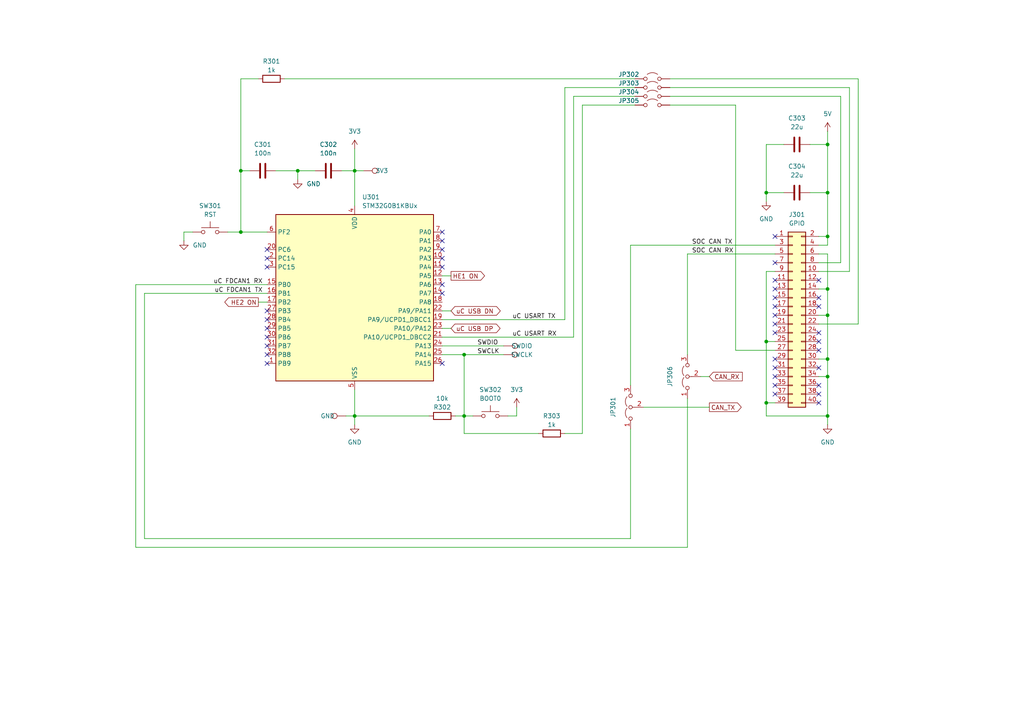
<source format=kicad_sch>
(kicad_sch (version 20250114) (generator "eeschema") (generator_version "9.0")
  (paper "A4")
  (title_block (title "EWS - Power, CANbus and USB HAT for 3D Printers") (date "2025-12-04") (rev "0.1") (company "Eduard Iten"))
  (lib_symbols
    (symbol "Connector_Generic:Conn_02x20_Odd_Even" (pin_names (offset 1.016) (hide yes))
      (property "Reference" "J" (at 1.27 25.4 0))
      (property "Value" "Conn_02x20_Odd_Even" (at 1.27 -27.94 0))
      (symbol "Conn_02x20_Odd_Even_1_1"
        (rectangle (start -1.27 24.13) (end 3.81 -26.67) (stroke (width 0.254)) (fill (type background)))
        (rectangle (start -1.27 22.987) (end 0 22.733) (stroke (width 0.1524)))
        (rectangle (start -1.27 20.447) (end 0 20.193) (stroke (width 0.1524)))
        (rectangle (start -1.27 17.907) (end 0 17.653) (stroke (width 0.1524)))
        (rectangle (start -1.27 15.367) (end 0 15.113) (stroke (width 0.1524)))
        (rectangle (start -1.27 12.827) (end 0 12.573) (stroke (width 0.1524)))
        (rectangle (start -1.27 10.287) (end 0 10.033) (stroke (width 0.1524)))
        (rectangle (start -1.27 7.747) (end 0 7.493) (stroke (width 0.1524)))
        (rectangle (start -1.27 5.207) (end 0 4.953) (stroke (width 0.1524)))
        (rectangle (start -1.27 2.667) (end 0 2.413) (stroke (width 0.1524)))
        (rectangle (start -1.27 0.127) (end 0 -0.127) (stroke (width 0.1524)))
        (rectangle (start -1.27 -2.413) (end 0 -2.667) (stroke (width 0.1524)))
        (rectangle (start -1.27 -4.953) (end 0 -5.207) (stroke (width 0.1524)))
        (rectangle (start -1.27 -7.493) (end 0 -7.747) (stroke (width 0.1524)))
        (rectangle (start -1.27 -10.033) (end 0 -10.287) (stroke (width 0.1524)))
        (rectangle (start -1.27 -12.573) (end 0 -12.827) (stroke (width 0.1524)))
        (rectangle (start -1.27 -15.113) (end 0 -15.367) (stroke (width 0.1524)))
        (rectangle (start -1.27 -17.653) (end 0 -17.907) (stroke (width 0.1524)))
        (rectangle (start -1.27 -20.193) (end 0 -20.447) (stroke (width 0.1524)))
        (rectangle (start -1.27 -22.733) (end 0 -22.987) (stroke (width 0.1524)))
        (rectangle (start -1.27 -25.273) (end 0 -25.527) (stroke (width 0.1524)))
        (rectangle (start 3.81 22.987) (end 2.54 22.733) (stroke (width 0.1524)))
        (rectangle (start 3.81 20.447) (end 2.54 20.193) (stroke (width 0.1524)))
        (rectangle (start 3.81 17.907) (end 2.54 17.653) (stroke (width 0.1524)))
        (rectangle (start 3.81 15.367) (end 2.54 15.113) (stroke (width 0.1524)))
        (rectangle (start 3.81 12.827) (end 2.54 12.573) (stroke (width 0.1524)))
        (rectangle (start 3.81 10.287) (end 2.54 10.033) (stroke (width 0.1524)))
        (rectangle (start 3.81 7.747) (end 2.54 7.493) (stroke (width 0.1524)))
        (rectangle (start 3.81 5.207) (end 2.54 4.953) (stroke (width 0.1524)))
        (rectangle (start 3.81 2.667) (end 2.54 2.413) (stroke (width 0.1524)))
        (rectangle (start 3.81 0.127) (end 2.54 -0.127) (stroke (width 0.1524)))
        (rectangle (start 3.81 -2.413) (end 2.54 -2.667) (stroke (width 0.1524)))
        (rectangle (start 3.81 -4.953) (end 2.54 -5.207) (stroke (width 0.1524)))
        (rectangle (start 3.81 -7.493) (end 2.54 -7.747) (stroke (width 0.1524)))
        (rectangle (start 3.81 -10.033) (end 2.54 -10.287) (stroke (width 0.1524)))
        (rectangle (start 3.81 -12.573) (end 2.54 -12.827) (stroke (width 0.1524)))
        (rectangle (start 3.81 -15.113) (end 2.54 -15.367) (stroke (width 0.1524)))
        (rectangle (start 3.81 -17.653) (end 2.54 -17.907) (stroke (width 0.1524)))
        (rectangle (start 3.81 -20.193) (end 2.54 -20.447) (stroke (width 0.1524)))
        (rectangle (start 3.81 -22.733) (end 2.54 -22.987) (stroke (width 0.1524)))
        (rectangle (start 3.81 -25.273) (end 2.54 -25.527) (stroke (width 0.1524)))
        (pin passive line (at -5.08 22.86 0) (length 3.81) (name "Pin_1") (number "1"))
        (pin passive line (at -5.08 20.32 0) (length 3.81) (name "Pin_3") (number "3"))
        (pin passive line (at -5.08 17.78 0) (length 3.81) (name "Pin_5") (number "5"))
        (pin passive line (at -5.08 15.24 0) (length 3.81) (name "Pin_7") (number "7"))
        (pin passive line (at -5.08 12.7 0) (length 3.81) (name "Pin_9") (number "9"))
        (pin passive line (at -5.08 10.16 0) (length 3.81) (name "Pin_11") (number "11"))
        (pin passive line (at -5.08 7.62 0) (length 3.81) (name "Pin_13") (number "13"))
        (pin passive line (at -5.08 5.08 0) (length 3.81) (name "Pin_15") (number "15"))
        (pin passive line (at -5.08 2.54 0) (length 3.81) (name "Pin_17") (number "17"))
        (pin passive line (at -5.08 0 0) (length 3.81) (name "Pin_19") (number "19"))
        (pin passive line (at -5.08 -2.54 0) (length 3.81) (name "Pin_21") (number "21"))
        (pin passive line (at -5.08 -5.08 0) (length 3.81) (name "Pin_23") (number "23"))
        (pin passive line (at -5.08 -7.62 0) (length 3.81) (name "Pin_25") (number "25"))
        (pin passive line (at -5.08 -10.16 0) (length 3.81) (name "Pin_27") (number "27"))
        (pin passive line (at -5.08 -12.7 0) (length 3.81) (name "Pin_29") (number "29"))
        (pin passive line (at -5.08 -15.24 0) (length 3.81) (name "Pin_31") (number "31"))
        (pin passive line (at -5.08 -17.78 0) (length 3.81) (name "Pin_33") (number "33"))
        (pin passive line (at -5.08 -20.32 0) (length 3.81) (name "Pin_35") (number "35"))
        (pin passive line (at -5.08 -22.86 0) (length 3.81) (name "Pin_37") (number "37"))
        (pin passive line (at -5.08 -25.4 0) (length 3.81) (name "Pin_39") (number "39"))
        (pin passive line (at 7.62 22.86 180) (length 3.81) (name "Pin_2") (number "2"))
        (pin passive line (at 7.62 20.32 180) (length 3.81) (name "Pin_4") (number "4"))
        (pin passive line (at 7.62 17.78 180) (length 3.81) (name "Pin_6") (number "6"))
        (pin passive line (at 7.62 15.24 180) (length 3.81) (name "Pin_8") (number "8"))
        (pin passive line (at 7.62 12.7 180) (length 3.81) (name "Pin_10") (number "10"))
        (pin passive line (at 7.62 10.16 180) (length 3.81) (name "Pin_12") (number "12"))
        (pin passive line (at 7.62 7.62 180) (length 3.81) (name "Pin_14") (number "14"))
        (pin passive line (at 7.62 5.08 180) (length 3.81) (name "Pin_16") (number "16"))
        (pin passive line (at 7.62 2.54 180) (length 3.81) (name "Pin_18") (number "18"))
        (pin passive line (at 7.62 0 180) (length 3.81) (name "Pin_20") (number "20"))
        (pin passive line (at 7.62 -2.54 180) (length 3.81) (name "Pin_22") (number "22"))
        (pin passive line (at 7.62 -5.08 180) (length 3.81) (name "Pin_24") (number "24"))
        (pin passive line (at 7.62 -7.62 180) (length 3.81) (name "Pin_26") (number "26"))
        (pin passive line (at 7.62 -10.16 180) (length 3.81) (name "Pin_28") (number "28"))
        (pin passive line (at 7.62 -12.7 180) (length 3.81) (name "Pin_30") (number "30"))
        (pin passive line (at 7.62 -15.24 180) (length 3.81) (name "Pin_32") (number "32"))
        (pin passive line (at 7.62 -17.78 180) (length 3.81) (name "Pin_34") (number "34"))
        (pin passive line (at 7.62 -20.32 180) (length 3.81) (name "Pin_36") (number "36"))
        (pin passive line (at 7.62 -22.86 180) (length 3.81) (name "Pin_38") (number "38"))
        (pin passive line (at 7.62 -25.4 180) (length 3.81) (name "Pin_40") (number "40"))
      )
    )
    (symbol "Device:C" (pin_numbers (hide yes)) (pin_names (offset 0.254))
      (property "Reference" "C" (at 0.635 2.54 0))
      (property "Value" "C" (at 0.635 -2.54 0))
      (symbol "C_0_1"
        (polyline (pts (xy -2.032 0.762) (xy 2.032 0.762)) (stroke (width 0.508)))
        (polyline (pts (xy -2.032 -0.762) (xy 2.032 -0.762)) (stroke (width 0.508)))
      )
      (symbol "C_1_1"
        (pin passive line (at 0 3.81 270) (length 2.794) (name "~") (number "1"))
        (pin passive line (at 0 -3.81 90) (length 2.794) (name "~") (number "2"))
      )
    )
    (symbol "Device:R" (pin_numbers (hide yes)) (pin_names (offset 0))
      (property "Reference" "R" (at 2.032 0 90))
      (property "Value" "R" (at 0 0 90))
      (symbol "R_0_1"
        (rectangle (start -1.016 -2.54) (end 1.016 2.54) (stroke (width 0.254)))
      )
      (symbol "R_1_1"
        (pin passive line (at 0 3.81 270) (length 1.27) (name "~") (number "1"))
        (pin passive line (at 0 -3.81 90) (length 1.27) (name "~") (number "2"))
      )
    )
    (symbol "Jumper:Jumper_2_Open" (pin_numbers (hide yes)) (pin_names (offset 0) (hide yes))
      (property "Reference" "JP" (at 0 2.794 0))
      (property "Value" "Jumper_2_Open" (at 0 -2.286 0))
      (symbol "Jumper_2_Open_0_0"
        (circle (center -2.032 0) (radius 0.508))
        (circle (center 2.032 0) (radius 0.508))
      )
      (symbol "Jumper_2_Open_0_1"
        (arc (start -1.524 1.27) (mid 0 1.778) (end 1.524 1.27))
      )
      (symbol "Jumper_2_Open_1_1"
        (pin passive line (at -5.08 0 0) (length 2.54) (name "A") (number "1"))
        (pin passive line (at 5.08 0 180) (length 2.54) (name "B") (number "2"))
      )
    )
    (symbol "Jumper:Jumper_3_Open" (pin_names (offset 0) (hide yes)) (in_bom no)
      (property "Reference" "JP" (at -2.54 -2.54 0))
      (property "Value" "Jumper_3_Open" (at 0 2.794 0))
      (symbol "Jumper_3_Open_0_0"
        (circle (center -3.302 0) (radius 0.508))
        (circle (center 0 0) (radius 0.508))
        (circle (center 3.302 0) (radius 0.508))
      )
      (symbol "Jumper_3_Open_0_1"
        (arc (start -3.048 1.016) (mid -1.651 1.4992) (end -0.254 1.016))
        (polyline (pts (xy 0 -0.508) (xy 0 -1.27)))
        (arc (start 0.254 1.016) (mid 1.651 1.4992) (end 3.048 1.016))
      )
      (symbol "Jumper_3_Open_1_1"
        (pin passive line (at -6.35 0 0) (length 2.54) (name "A") (number "1"))
        (pin passive line (at 0 -3.81 90) (length 2.54) (name "C") (number "2"))
        (pin passive line (at 6.35 0 180) (length 2.54) (name "B") (number "3"))
      )
    )
    (symbol "MCU_ST_STM32G0:STM32G0B1KBUx"
      (property "Reference" "U" (at -22.86 26.67 0))
      (property "Value" "STM32G0B1KBUx" (at 2.54 26.67 0))
      (symbol "STM32G0B1KBUx_0_1"
        (rectangle (start -22.86 -22.86) (end 22.86 25.4) (stroke (width 0.254)) (fill (type background)))
      )
      (symbol "STM32G0B1KBUx_1_1"
        (pin bidirectional line (at -25.4 20.32 0) (length 2.54) (name "PF2") (number "6"))
        (pin bidirectional line (at -25.4 15.24 0) (length 2.54) (name "PC6") (number "20"))
        (pin bidirectional line (at -25.4 12.7 0) (length 2.54) (name "PC14") (number "2"))
        (pin bidirectional line (at -25.4 10.16 0) (length 2.54) (name "PC15") (number "3"))
        (pin bidirectional line (at -25.4 5.08 0) (length 2.54) (name "PB0") (number "15"))
        (pin bidirectional line (at -25.4 2.54 0) (length 2.54) (name "PB1") (number "16"))
        (pin bidirectional line (at -25.4 0 0) (length 2.54) (name "PB2") (number "17"))
        (pin bidirectional line (at -25.4 -2.54 0) (length 2.54) (name "PB3") (number "27"))
        (pin bidirectional line (at -25.4 -5.08 0) (length 2.54) (name "PB4") (number "28"))
        (pin bidirectional line (at -25.4 -7.62 0) (length 2.54) (name "PB5") (number "29"))
        (pin bidirectional line (at -25.4 -10.16 0) (length 2.54) (name "PB6") (number "30"))
        (pin bidirectional line (at -25.4 -12.7 0) (length 2.54) (name "PB7") (number "31"))
        (pin bidirectional line (at -25.4 -15.24 0) (length 2.54) (name "PB8") (number "32"))
        (pin bidirectional line (at -25.4 -17.78 0) (length 2.54) (name "PB9") (number "1"))
        (pin power_in line (at 0 27.94 270) (length 2.54) (name "VDD") (number "4"))
        (pin passive line (at 0 -25.4 90) (length 2.54) (hide yes) (name "VSS") (number "33"))
        (pin power_in line (at 0 -25.4 90) (length 2.54) (name "VSS") (number "5"))
        (pin bidirectional line (at 25.4 20.32 180) (length 2.54) (name "PA0") (number "7"))
        (pin bidirectional line (at 25.4 17.78 180) (length 2.54) (name "PA1") (number "8"))
        (pin bidirectional line (at 25.4 15.24 180) (length 2.54) (name "PA2") (number "9"))
        (pin bidirectional line (at 25.4 12.7 180) (length 2.54) (name "PA3") (number "10"))
        (pin bidirectional line (at 25.4 10.16 180) (length 2.54) (name "PA4") (number "11"))
        (pin bidirectional line (at 25.4 7.62 180) (length 2.54) (name "PA5") (number "12"))
        (pin bidirectional line (at 25.4 5.08 180) (length 2.54) (name "PA6") (number "13"))
        (pin bidirectional line (at 25.4 2.54 180) (length 2.54) (name "PA7") (number "14"))
        (pin bidirectional line (at 25.4 0 180) (length 2.54) (name "PA8") (number "18"))
        (pin bidirectional line (at 25.4 -2.54 180) (length 2.54) (name "PA9/PA11") (number "22"))
        (pin bidirectional line (at 25.4 -5.08 180) (length 2.54) (name "PA9/UCPD1_DBCC1") (number "19"))
        (pin bidirectional line (at 25.4 -7.62 180) (length 2.54) (name "PA10/PA12") (number "23"))
        (pin bidirectional line (at 25.4 -10.16 180) (length 2.54) (name "PA10/UCPD1_DBCC2") (number "21"))
        (pin bidirectional line (at 25.4 -12.7 180) (length 2.54) (name "PA13") (number "24"))
        (pin bidirectional line (at 25.4 -15.24 180) (length 2.54) (name "PA14") (number "25"))
        (pin bidirectional line (at 25.4 -17.78 180) (length 2.54) (name "PA15") (number "26"))
      )
    )
    (symbol "NamedTestPoint_1" (pin_numbers (hide yes)) (pin_names (offset 0.762) (hide yes))
      (property "Value" "${SHORT_NET_NAME(1)}" (at 0 6.35 0))
      (symbol "NamedTestPoint_1_0_1"
        (circle (center 0 3.302) (radius 0.762))
      )
      (symbol "NamedTestPoint_1_1_1"
        (pin passive line (at 0 0 90) (length 2.54) (name "1") (number "1"))
      )
    )
    (symbol "Switch:SW_Push" (pin_numbers (hide yes)) (pin_names (offset 1.016) (hide yes))
      (property "Reference" "SW" (at 1.27 2.54 0))
      (property "Value" "SW_Push" (at 0 -1.524 0))
      (symbol "SW_Push_0_1"
        (circle (center -2.032 0) (radius 0.508))
        (polyline (pts (xy 0 1.27) (xy 0 3.048)))
        (circle (center 2.032 0) (radius 0.508))
        (polyline (pts (xy 2.54 1.27) (xy -2.54 1.27)))
        (pin passive line (at -5.08 0 0) (length 2.54) (name "1") (number "1"))
        (pin passive line (at 5.08 0 180) (length 2.54) (name "2") (number "2"))
      )
    )
    (symbol "power:+3.3V" (power) (pin_numbers (hide yes)) (pin_names (offset 0) (hide yes))
      (property "Value" "+3.3V" (at 0 3.556 0))
      (symbol "+3.3V_0_1"
        (polyline (pts (xy -0.762 1.27) (xy 0 2.54)))
        (polyline (pts (xy 0 2.54) (xy 0.762 1.27)))
        (polyline (pts (xy 0 0) (xy 0 2.54)))
      )
      (symbol "+3.3V_1_1"
        (pin power_in line (at 0 0 90) (length 0) (name "~") (number "1"))
      )
    )
    (symbol "power:GND" (power) (pin_numbers (hide yes)) (pin_names (offset 0) (hide yes))
      (property "Value" "GND" (at 0 -3.81 0))
      (symbol "GND_0_1"
        (polyline (pts (xy 0 0) (xy 0 -1.27) (xy 1.27 -1.27) (xy 0 -2.54) (xy -1.27 -1.27) (xy 0 -1.27)))
      )
      (symbol "GND_1_1"
        (pin power_in line (at 0 0 270) (length 0) (name "~") (number "1"))
      )
    )
  )
  (junction (at 69.85 67.31))
  (junction (at 240.03 68.58))
  (junction (at 222.25 116.84))
  (junction (at 134.62 102.87))
  (junction (at 222.25 55.88))
  (junction (at 102.87 49.53))
  (junction (at 69.85 49.53))
  (junction (at 240.03 91.44))
  (junction (at 240.03 83.82))
  (junction (at 222.25 99.06))
  (junction (at 240.03 41.91))
  (junction (at 240.03 120.65))
  (junction (at 134.62 120.65))
  (junction (at 86.36 49.53))
  (junction (at 240.03 55.88))
  (junction (at 240.03 104.14))
  (junction (at 102.87 120.65))
  (junction (at 240.03 109.22))
  (no_connect (at 237.49 99.06))
  (no_connect (at 224.79 109.22))
  (no_connect (at 237.49 81.28))
  (no_connect (at 237.49 86.36))
  (no_connect (at 224.79 88.9))
  (no_connect (at 224.79 96.52))
  (no_connect (at 224.79 111.76))
  (no_connect (at 224.79 106.68))
  (no_connect (at 128.27 74.93))
  (no_connect (at 237.49 96.52))
  (no_connect (at 237.49 116.84))
  (no_connect (at 128.27 69.85))
  (no_connect (at 77.47 105.41))
  (no_connect (at 128.27 72.39))
  (no_connect (at 77.47 90.17))
  (no_connect (at 77.47 95.25))
  (no_connect (at 224.79 104.14))
  (no_connect (at 77.47 97.79))
  (no_connect (at 237.49 114.3))
  (no_connect (at 128.27 82.55))
  (no_connect (at 128.27 77.47))
  (no_connect (at 224.79 86.36))
  (no_connect (at 237.49 101.6))
  (no_connect (at 77.47 92.71))
  (no_connect (at 77.47 72.39))
  (no_connect (at 224.79 81.28))
  (no_connect (at 128.27 85.09))
  (no_connect (at 224.79 83.82))
  (no_connect (at 77.47 102.87))
  (no_connect (at 237.49 111.76))
  (no_connect (at 128.27 105.41))
  (no_connect (at 224.79 91.44))
  (no_connect (at 224.79 76.2))
  (no_connect (at 77.47 77.47))
  (no_connect (at 224.79 93.98))
  (no_connect (at 237.49 106.68))
  (no_connect (at 237.49 88.9))
  (no_connect (at 224.79 114.3))
  (no_connect (at 128.27 67.31))
  (no_connect (at 224.79 68.58))
  (no_connect (at 77.47 74.93))
  (no_connect (at 77.47 100.33))
  (wire (pts (xy 86.36 52.07) (xy 86.36 49.53)))
  (wire (pts (xy 39.37 82.55) (xy 77.47 82.55)))
  (wire (pts (xy 82.55 22.86) (xy 184.15 22.86)))
  (wire (pts (xy 240.03 123.19) (xy 240.03 120.65)))
  (wire (pts (xy 237.49 68.58) (xy 240.03 68.58)))
  (wire (pts (xy 128.27 102.87) (xy 134.62 102.87)))
  (wire (pts (xy 128.27 95.25) (xy 130.81 95.25)))
  (wire (pts (xy 222.25 78.74) (xy 222.25 99.06)))
  (wire (pts (xy 41.91 156.21) (xy 182.88 156.21)))
  (wire (pts (xy 128.27 92.71) (xy 163.83 92.71)))
  (wire (pts (xy 199.39 73.66) (xy 224.79 73.66)))
  (wire (pts (xy 246.38 25.4) (xy 246.38 78.74)))
  (wire (pts (xy 222.25 55.88) (xy 222.25 58.42)))
  (wire (pts (xy 213.36 101.6) (xy 224.79 101.6)))
  (wire (pts (xy 199.39 115.57) (xy 199.39 158.75)))
  (wire (pts (xy 74.93 87.63) (xy 77.47 87.63)))
  (wire (pts (xy 222.25 116.84) (xy 222.25 120.65)))
  (wire (pts (xy 69.85 22.86) (xy 69.85 49.53)))
  (wire (pts (xy 222.25 99.06) (xy 224.79 99.06)))
  (wire (pts (xy 72.39 49.53) (xy 69.85 49.53)))
  (wire (pts (xy 237.49 83.82) (xy 240.03 83.82)))
  (wire (pts (xy 237.49 109.22) (xy 240.03 109.22)))
  (wire (pts (xy 240.03 83.82) (xy 240.03 91.44)))
  (wire (pts (xy 240.03 109.22) (xy 240.03 120.65)))
  (wire (pts (xy 163.83 125.73) (xy 168.91 125.73)))
  (wire (pts (xy 132.08 120.65) (xy 134.62 120.65)))
  (wire (pts (xy 86.36 49.53) (xy 91.44 49.53)))
  (wire (pts (xy 240.03 41.91) (xy 240.03 38.1)))
  (wire (pts (xy 194.31 22.86) (xy 248.92 22.86)))
  (wire (pts (xy 194.31 27.94) (xy 243.84 27.94)))
  (wire (pts (xy 199.39 102.87) (xy 199.39 73.66)))
  (wire (pts (xy 240.03 104.14) (xy 240.03 109.22)))
  (wire (pts (xy 182.88 71.12) (xy 224.79 71.12)))
  (wire (pts (xy 224.79 78.74) (xy 222.25 78.74)))
  (wire (pts (xy 39.37 158.75) (xy 199.39 158.75)))
  (wire (pts (xy 240.03 68.58) (xy 240.03 55.88)))
  (wire (pts (xy 240.03 73.66) (xy 240.03 83.82)))
  (wire (pts (xy 166.37 97.79) (xy 166.37 27.94)))
  (wire (pts (xy 166.37 27.94) (xy 184.15 27.94)))
  (wire (pts (xy 222.25 99.06) (xy 222.25 116.84)))
  (wire (pts (xy 248.92 93.98) (xy 237.49 93.98)))
  (wire (pts (xy 194.31 30.48) (xy 213.36 30.48)))
  (wire (pts (xy 128.27 100.33) (xy 146.05 100.33)))
  (wire (pts (xy 243.84 27.94) (xy 243.84 76.2)))
  (wire (pts (xy 240.03 71.12) (xy 240.03 68.58)))
  (wire (pts (xy 237.49 73.66) (xy 240.03 73.66)))
  (wire (pts (xy 163.83 92.71) (xy 163.83 25.4)))
  (wire (pts (xy 213.36 30.48) (xy 213.36 101.6)))
  (wire (pts (xy 102.87 43.18) (xy 102.87 49.53)))
  (wire (pts (xy 128.27 90.17) (xy 130.81 90.17)))
  (wire (pts (xy 41.91 85.09) (xy 41.91 156.21)))
  (wire (pts (xy 182.88 156.21) (xy 182.88 124.46)))
  (wire (pts (xy 39.37 82.55) (xy 39.37 158.75)))
  (wire (pts (xy 124.46 120.65) (xy 102.87 120.65)))
  (wire (pts (xy 102.87 49.53) (xy 102.87 59.69)))
  (wire (pts (xy 194.31 25.4) (xy 246.38 25.4)))
  (wire (pts (xy 41.91 85.09) (xy 77.47 85.09)))
  (wire (pts (xy 240.03 55.88) (xy 240.03 41.91)))
  (wire (pts (xy 227.33 41.91) (xy 222.25 41.91)))
  (wire (pts (xy 222.25 41.91) (xy 222.25 55.88)))
  (wire (pts (xy 134.62 102.87) (xy 134.62 120.65)))
  (wire (pts (xy 130.81 80.01) (xy 128.27 80.01)))
  (wire (pts (xy 227.33 55.88) (xy 222.25 55.88)))
  (wire (pts (xy 246.38 78.74) (xy 237.49 78.74)))
  (wire (pts (xy 240.03 91.44) (xy 240.03 104.14)))
  (wire (pts (xy 234.95 41.91) (xy 240.03 41.91)))
  (wire (pts (xy 237.49 104.14) (xy 240.03 104.14)))
  (wire (pts (xy 163.83 25.4) (xy 184.15 25.4)))
  (wire (pts (xy 234.95 55.88) (xy 240.03 55.88)))
  (wire (pts (xy 102.87 120.65) (xy 102.87 123.19)))
  (wire (pts (xy 102.87 49.53) (xy 105.41 49.53)))
  (wire (pts (xy 237.49 71.12) (xy 240.03 71.12)))
  (wire (pts (xy 134.62 120.65) (xy 134.62 125.73)))
  (wire (pts (xy 168.91 30.48) (xy 168.91 125.73)))
  (wire (pts (xy 128.27 97.79) (xy 166.37 97.79)))
  (wire (pts (xy 222.25 116.84) (xy 224.79 116.84)))
  (wire (pts (xy 156.21 125.73) (xy 134.62 125.73)))
  (wire (pts (xy 134.62 120.65) (xy 137.16 120.65)))
  (wire (pts (xy 102.87 113.03) (xy 102.87 120.65)))
  (wire (pts (xy 134.62 102.87) (xy 146.05 102.87)))
  (wire (pts (xy 237.49 91.44) (xy 240.03 91.44)))
  (wire (pts (xy 55.88 67.31) (xy 53.34 67.31)))
  (wire (pts (xy 66.04 67.31) (xy 69.85 67.31)))
  (wire (pts (xy 53.34 67.31) (xy 53.34 69.85)))
  (wire (pts (xy 102.87 120.65) (xy 100.33 120.65)))
  (wire (pts (xy 186.69 118.11) (xy 205.74 118.11)))
  (wire (pts (xy 182.88 111.76) (xy 182.88 71.12)))
  (wire (pts (xy 237.49 76.2) (xy 243.84 76.2)))
  (wire (pts (xy 222.25 120.65) (xy 240.03 120.65)))
  (wire (pts (xy 77.47 67.31) (xy 69.85 67.31)))
  (wire (pts (xy 203.2 109.22) (xy 205.74 109.22)))
  (wire (pts (xy 149.86 118.11) (xy 149.86 120.65)))
  (wire (pts (xy 99.06 49.53) (xy 102.87 49.53)))
  (wire (pts (xy 149.86 120.65) (xy 147.32 120.65)))
  (wire (pts (xy 69.85 22.86) (xy 74.93 22.86)))
  (wire (pts (xy 69.85 49.53) (xy 69.85 67.31)))
  (wire (pts (xy 168.91 30.48) (xy 184.15 30.48)))
  (wire (pts (xy 86.36 49.53) (xy 80.01 49.53)))
  (wire (pts (xy 248.92 22.86) (xy 248.92 93.98)))
  (label "SOC CAN TX" (at 200.66 71.12 0))
  (label "uC USART TX" (at 148.59 92.71 0))
  (label "uC USART RX" (at 148.59 97.79 0))
  (label "SWDIO" (at 138.43 100.33 0))
  (label "SWCLK" (at 138.43 102.87 0))
  (label "uC FDCAN1 TX" (at 76.2 85.09 180))
  (label "uC FDCAN1 RX" (at 76.2 82.55 180))
  (label "SOC CAN RX" (at 200.66 73.66 0))
  (global_label "CAN_TX" (shape output) (at 205.74 118.11 0) (property "Intersheetrefs" "${INTERSHEET_REFS}" (effects (hide yes))))
  (global_label "CAN_RX" (shape input) (at 205.74 109.22 0) (property "Intersheetrefs" "${INTERSHEET_REFS}" (effects (hide yes))))
  (global_label "uC USB DN" (shape bidirectional) (at 130.81 90.17 0) (property "Intersheetrefs" "${INTERSHEET_REFS}" (effects (hide yes))))
  (global_label "uC USB DP" (shape bidirectional) (at 130.81 95.25 0) (property "Intersheetrefs" "${INTERSHEET_REFS}" (effects (hide yes))))
  (global_label "HE1 ON" (shape output) (at 130.81 80.01 0) (property "Intersheetrefs" "${INTERSHEET_REFS}" (effects (hide yes))))
  (global_label "HE2 ON" (shape output) (at 74.93 87.63 180) (property "Intersheetrefs" "${INTERSHEET_REFS}" (effects (hide yes))))
  (symbol (lib_id "Jumper:Jumper_3_Open") (at 199.39 109.22 90) (unit 1) (in_bom no)
    (property "Reference" "JP306" (at 194.31 109.22 0))
    (property "Value" "Jumper_3_Open" (effects (hide yes)))
    (property "Footprint" "Connector_PinHeader_2.54mm:PinHeader_1x03_P2.54mm_Vertical" (effects (hide yes)))
    (property "Description" "Jumper, 3-pole, both open" (effects (hide yes)))
  )
  (symbol (lib_id "Jumper:Jumper_2_Open") (at 189.23 22.86 0) (unit 1)
    (property "Reference" "JP302" (at 185.42 21.59 0) (effects (justify right)))
    (property "Footprint" "Connector_PinHeader_2.54mm:PinHeader_1x02_P2.54mm_Vertical" (effects (hide yes)))
    (property "Description" "Jumper, 2-pole, open" (effects (hide yes)))
  )
  (symbol (lib_id "power:+3.3V") (at 240.03 38.1 0) (unit 1)
    (property "Reference" "#PWR0307" (effects (hide yes)))
    (property "Value" "5V" (at 240.03 33.02 0))
    (property "Description" "Power symbol creates a global label with name \"+3.3V\"" (effects (hide yes)))
  )
  (symbol (lib_id "power:GND") (at 86.36 52.07 0) (unit 1)
    (property "Reference" "#PWR0302" (effects (hide yes)))
    (property "Value" "GND" (at 88.9 53.3399 0) (effects (justify left)))
    (property "Description" "Power symbol creates a global label with name \"GND\" , ground" (effects (hide yes)))
  )
  (symbol (lib_id "MCU_ST_STM32G0:STM32G0B1KBUx") (at 102.87 87.63 0) (unit 1)
    (property "Reference" "U301" (at 105.0133 57.15 0) (effects (justify left)))
    (property "Value" "STM32G0B1KBUx" (at 105.0133 59.69 0) (effects (justify left)))
    (property "Footprint" "Package_DFN_QFN:QFN-32-1EP_5x5mm_P0.5mm_EP3.45x3.45mm" (effects (hide yes)))
    (property "Datasheet" "https://www.st.com/resource/en/datasheet/stm32g0b1kb.pdf" (effects (hide yes)))
    (property "Description" "STMicroelectronics Arm Cortex-M0+ MCU, 128KB flash, 144KB RAM, 64 MHz, 1.7-3.6V, 30 GPIO, UFQFPN32" (effects (hide yes)))
  )
  (symbol (lib_id "Switch:SW_Push") (at 142.24 120.65 0) (mirror y) (unit 1)
    (property "Reference" "SW302" (at 142.24 113.03 0))
    (property "Value" "BOOT0" (at 142.24 115.57 0))
    (property "Footprint" "Button_Switch_SMD:SW_SPST_TS-1088-xR020" (effects (hide yes)))
    (property "Description" "Push button switch, generic, two pins" (effects (hide yes)))
  )
  (symbol (lib_id "Jumper:Jumper_2_Open") (at 189.23 25.4 0) (unit 1)
    (property "Reference" "JP303" (at 185.42 24.13 0) (effects (justify right)))
    (property "Footprint" "Connector_PinHeader_2.54mm:PinHeader_1x02_P2.54mm_Vertical" (effects (hide yes)))
    (property "Description" "Jumper, 2-pole, open" (effects (hide yes)))
  )
  (symbol (lib_id "Device:C") (at 95.25 49.53 90) (unit 1)
    (property "Reference" "C302" (at 95.25 41.91 90))
    (property "Value" "100n" (at 95.25 44.45 90))
    (property "Footprint" "Capacitor_SMD:C_0402_1005Metric" (effects (hide yes)))
    (property "Description" "Unpolarized capacitor" (effects (hide yes)))
  )
  (symbol (lib_id "power:+3.3V") (at 149.86 118.11 0) (mirror y) (unit 1)
    (property "Reference" "#PWR0305" (effects (hide yes)))
    (property "Value" "3V3" (at 149.86 113.03 0))
    (property "Description" "Power symbol creates a global label with name \"+3.3V\"" (effects (hide yes)))
  )
  (symbol (lib_id "power:+3.3V") (at 102.87 43.18 0) (unit 1)
    (property "Reference" "#PWR0303" (effects (hide yes)))
    (property "Value" "3V3" (at 102.87 38.1 0))
    (property "Description" "Power symbol creates a global label with name \"+3.3V\"" (effects (hide yes)))
  )
  (symbol (lib_id "Jumper:Jumper_3_Open") (at 182.88 118.11 90) (unit 1) (in_bom no)
    (property "Reference" "JP301" (at 177.8 118.11 0))
    (property "Value" "Jumper_3_Open" (effects (hide yes)))
    (property "Footprint" "Connector_PinHeader_2.54mm:PinHeader_1x03_P2.54mm_Vertical" (effects (hide yes)))
    (property "Description" "Jumper, 3-pole, both open" (effects (hide yes)))
  )
  (symbol (lib_id "Switch:SW_Push") (at 60.96 67.31 0) (unit 1)
    (property "Reference" "SW301" (at 60.96 59.69 0))
    (property "Value" "RST" (at 60.96 62.23 0))
    (property "Footprint" "Button_Switch_SMD:SW_SPST_TS-1088-xR020" (effects (hide yes)))
    (property "Description" "Push button switch, generic, two pins" (effects (hide yes)))
  )
  (symbol (lib_id "Device:R") (at 160.02 125.73 270) (mirror x) (unit 1)
    (property "Reference" "R303" (at 160.02 120.65 90))
    (property "Value" "1k" (at 160.02 123.19 90))
    (property "Footprint" "Resistor_SMD:R_0402_1005Metric" (effects (hide yes)))
    (property "Description" "Resistor" (effects (hide yes)))
  )
  (symbol (lib_name "NamedTestPoint_1") (lib_id "project:NamedTestPoint") (at 105.41 49.53 270) (unit 1)
    (property "Reference" "TP302" (effects (hide yes)))
    (property "Value" "${SHORT_NET_NAME(1)}" (at 110.49 49.53 90) (effects (justify left)))
    (property "Footprint" "project:NAMED_TEST_POINT" (effects (hide yes)))
    (property "Description" "test point" (effects (hide yes)))
  )
  (symbol (lib_id "power:GND") (at 102.87 123.19 0) (unit 1)
    (property "Reference" "#PWR0304" (effects (hide yes)))
    (property "Value" "GND" (at 102.87 128.27 0))
    (property "Description" "Power symbol creates a global label with name \"GND\" , ground" (effects (hide yes)))
  )
  (symbol (lib_id "power:GND") (at 222.25 58.42 0) (unit 1)
    (property "Reference" "#PWR0306" (effects (hide yes)))
    (property "Value" "GND" (at 222.25 63.5 0))
    (property "Description" "Power symbol creates a global label with name \"GND\" , ground" (effects (hide yes)))
  )
  (symbol (lib_id "Device:R") (at 78.74 22.86 270) (mirror x) (unit 1)
    (property "Reference" "R301" (at 78.74 17.78 90))
    (property "Value" "1k" (at 78.74 20.32 90))
    (property "Footprint" "Resistor_SMD:R_0402_1005Metric" (effects (hide yes)))
    (property "Description" "Resistor" (effects (hide yes)))
  )
  (symbol (lib_id "Jumper:Jumper_2_Open") (at 189.23 27.94 0) (unit 1)
    (property "Reference" "JP304" (at 185.42 26.67 0) (effects (justify right)))
    (property "Footprint" "Connector_PinHeader_2.54mm:PinHeader_1x02_P2.54mm_Vertical" (effects (hide yes)))
    (property "Description" "Jumper, 2-pole, open" (effects (hide yes)))
  )
  (symbol (lib_id "power:GND") (at 240.03 123.19 0) (unit 1)
    (property "Reference" "#PWR0308" (effects (hide yes)))
    (property "Value" "GND" (at 240.03 128.27 0))
    (property "Description" "Power symbol creates a global label with name \"GND\" , ground" (effects (hide yes)))
  )
  (symbol (lib_id "Device:C") (at 231.14 55.88 90) (unit 1)
    (property "Reference" "C304" (at 231.14 48.26 90))
    (property "Value" "22u" (at 231.14 50.8 90))
    (property "Footprint" "Capacitor_SMD:C_1206_3216Metric" (effects (hide yes)))
    (property "Description" "Unpolarized capacitor" (effects (hide yes)))
  )
  (symbol (lib_id "Device:R") (at 128.27 120.65 270) (mirror x) (unit 1)
    (property "Reference" "R302" (at 128.27 118.11 90))
    (property "Value" "10k" (at 128.27 115.57 90))
    (property "Footprint" "Resistor_SMD:R_0402_1005Metric" (effects (hide yes)))
    (property "Description" "Resistor" (effects (hide yes)))
  )
  (symbol (lib_id "Device:C") (at 76.2 49.53 270) (unit 1)
    (property "Reference" "C301" (at 76.2 41.91 90))
    (property "Value" "100n" (at 76.2 44.45 90))
    (property "Footprint" "Capacitor_SMD:C_0402_1005Metric" (effects (hide yes)))
    (property "Description" "Unpolarized capacitor" (effects (hide yes)))
  )
  (symbol (lib_id "Jumper:Jumper_2_Open") (at 189.23 30.48 0) (unit 1)
    (property "Reference" "JP305" (at 185.42 29.21 0) (effects (justify right)))
    (property "Footprint" "Connector_PinHeader_2.54mm:PinHeader_1x02_P2.54mm_Vertical" (effects (hide yes)))
    (property "Description" "Jumper, 2-pole, open" (effects (hide yes)))
  )
  (symbol (lib_name "NamedTestPoint_1") (lib_id "project:NamedTestPoint") (at 100.33 120.65 90) (mirror x) (unit 1)
    (property "Reference" "TP301" (effects (hide yes)))
    (property "Value" "${SHORT_NET_NAME(1)}" (at 95.25 120.65 90) (effects (justify left)))
    (property "Footprint" "project:NAMED_TEST_POINT" (effects (hide yes)))
    (property "Description" "test point" (effects (hide yes)))
  )
  (symbol (lib_id "Connector_Generic:Conn_02x20_Odd_Even") (at 229.87 91.44 0) (unit 1)
    (property "Reference" "J301" (at 231.14 62.23 0))
    (property "Value" "GPIO" (at 231.14 64.77 0))
    (property "Footprint" "Connector_PinSocket_2.54mm:PinSocket_2x20_P2.54mm_Vertical" (effects (hide yes)))
    (property "Description" "Generic connector, double row, 02x20, odd/even pin numbering scheme (row 1 odd numbers, row 2 even numbers), script generated (kicad-library-utils/schlib/autogen/connector/)" (effects (hide yes)))
  )
  (symbol (lib_name "NamedTestPoint_1") (lib_id "project:NamedTestPoint") (at 146.05 102.87 270) (unit 1)
    (property "Reference" "TP304" (effects (hide yes)))
    (property "Value" "${SHORT_NET_NAME(1)}" (at 151.13 102.87 90) (effects (justify left)))
    (property "Footprint" "project:NAMED_TEST_POINT" (effects (hide yes)))
    (property "Description" "test point" (effects (hide yes)))
  )
  (symbol (lib_id "power:GND") (at 53.34 69.85 0) (unit 1)
    (property "Reference" "#PWR0301" (effects (hide yes)))
    (property "Value" "GND" (at 55.88 71.1199 0) (effects (justify left)))
    (property "Description" "Power symbol creates a global label with name \"GND\" , ground" (effects (hide yes)))
  )
  (symbol (lib_name "NamedTestPoint_1") (lib_id "project:NamedTestPoint") (at 146.05 100.33 270) (unit 1)
    (property "Reference" "TP303" (effects (hide yes)))
    (property "Value" "${SHORT_NET_NAME(1)}" (at 151.13 100.33 90) (effects (justify left)))
    (property "Footprint" "project:NAMED_TEST_POINT" (effects (hide yes)))
    (property "Description" "test point" (effects (hide yes)))
  )
  (symbol (lib_id "Device:C") (at 231.14 41.91 90) (unit 1)
    (property "Reference" "C303" (at 231.14 34.29 90))
    (property "Value" "22u" (at 231.14 36.83 90))
    (property "Footprint" "Capacitor_SMD:C_1206_3216Metric" (effects (hide yes)))
    (property "Description" "Unpolarized capacitor" (effects (hide yes)))
  )
)
</source>
